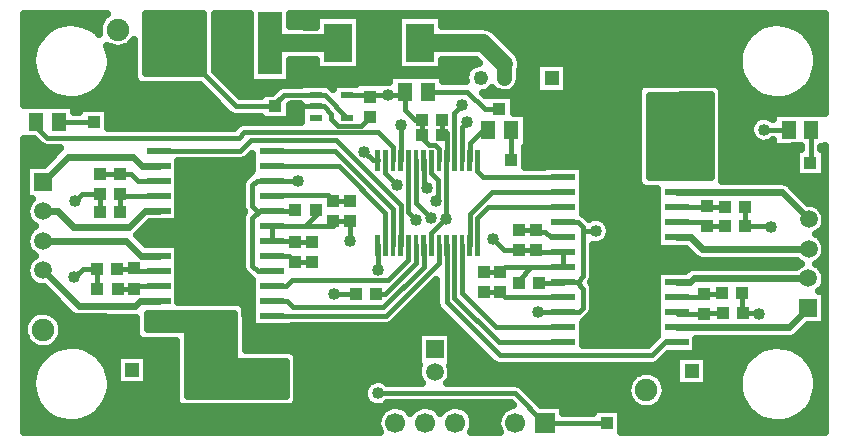
<source format=gbr>
G04 DipTrace 2.4.0.2*
%INTop.gbr*%
%MOIN*%
%ADD13C,0.015*%
%ADD14C,0.04*%
%ADD15C,0.0591*%
%ADD16C,0.0492*%
%ADD17C,0.0157*%
%ADD18C,0.0236*%
%ADD19C,0.025*%
%ADD20R,0.0433X0.0394*%
%ADD21R,0.0394X0.0433*%
%ADD23R,0.16X0.056*%
%ADD24R,0.0945X0.1299*%
%ADD25R,0.0591X0.0591*%
%ADD26C,0.0591*%
%ADD27R,0.0787X0.2087*%
%ADD28R,0.0492X0.0492*%
%ADD29R,0.0512X0.0591*%
%ADD30C,0.075*%
%ADD31R,0.0669X0.0669*%
%ADD32C,0.0669*%
%ADD34R,0.0433X0.0236*%
%ADD35R,0.0787X0.0236*%
%FSLAX44Y44*%
G04*
G70*
G90*
G75*
G01*
%LNTop*%
%LPD*%
X14042Y15540D2*
D13*
X14357D1*
X15105Y14792D1*
X12706Y15159D2*
Y15259D1*
X12987Y15540D1*
X14042D1*
X9907Y17263D2*
Y16632D1*
X11379Y15159D1*
X12706D1*
X14785Y17280D2*
D15*
X14768Y17264D1*
X12528D1*
X17521Y17280D2*
X17527Y17274D1*
X19624D1*
X20333Y16564D1*
D16*
Y16103D1*
X12586Y11682D2*
D13*
X12173D1*
X11934Y11443D1*
Y9847D1*
X12111Y9670D1*
X12574D1*
X12586Y9682D1*
Y11682D2*
X13341D1*
X13372Y11713D1*
X15105Y15540D2*
X15790D1*
X15852Y15479D1*
X16466Y15530D2*
X16456Y15540D1*
X15105D1*
X21485Y9291D2*
X22298D1*
X22301Y9294D1*
Y11294D2*
X22789D1*
X22953Y11130D1*
Y11002D1*
Y9494D1*
X22775Y9317D1*
X22324D1*
X22301Y9294D1*
X22743D1*
X22953Y9083D1*
Y8439D1*
X22815Y8302D1*
X22309D1*
X22301Y8294D1*
X17601Y14715D2*
X17599Y14713D1*
Y14210D1*
Y14118D1*
X17838Y13879D1*
X18024D1*
X18154Y13749D1*
Y13364D1*
X17027Y15658D2*
Y15048D1*
X17360Y14715D1*
X17601D1*
X23390Y11002D2*
X22953D1*
X16466Y15530D2*
X16825D1*
X16953Y15658D1*
X17027D1*
X21459Y8298D2*
X22297D1*
X12586Y11682D2*
X12098D1*
X11936Y11844D1*
Y12544D1*
X12078Y12686D1*
X12582D1*
X12586Y12682D1*
X13468D1*
X6844Y12908D2*
X6846Y12906D1*
X7512D1*
X7902D1*
X8126Y12682D1*
X8807D1*
X26080Y8294D2*
X26134Y8240D1*
X27006D1*
X27032Y8266D1*
X27609D1*
X7982Y9090D2*
X8074Y9182D1*
X8807D1*
X7441Y9079D2*
X7971D1*
X7982Y9090D1*
X27078Y11844D2*
X27028Y11794D1*
X26080D1*
X27078Y11844D2*
X27119Y11802D1*
X27675D1*
X18666Y13364D2*
Y14932D1*
X18932Y15197D1*
X18922Y13364D2*
Y14476D1*
X19085Y14639D1*
X28278Y8266D2*
X28265Y8279D1*
Y8928D1*
X6844Y12239D2*
X6842Y12237D1*
Y11653D1*
X28342Y11160D2*
X28344Y11162D1*
Y11802D1*
X12586Y10682D2*
Y11182D1*
Y10682D2*
X13372D1*
Y10629D1*
X12586Y11182D2*
X13675D1*
X14635D1*
Y11350D1*
X8807Y10682D2*
Y11182D1*
X6772Y9079D2*
Y9738D1*
X6754Y9756D1*
X22301Y10294D2*
X21463D1*
X21389Y10368D1*
X22301Y9794D2*
X21218D1*
X20364D1*
X20202Y9632D1*
X22301Y10294D2*
Y9794D1*
X20816Y9291D2*
Y9392D1*
X21218Y9794D1*
X14041Y11713D2*
Y11549D1*
X13675Y11182D1*
X19668Y9645D2*
X20189D1*
X20202Y9632D1*
X14635Y11350D2*
X15174D1*
X15177Y11352D1*
X13372Y10629D2*
X13898D1*
X13909Y10640D1*
X20817Y10381D2*
X21376D1*
X21389Y10368D1*
X18410Y13364D2*
Y14287D1*
X18334Y14210D1*
X18268D1*
X18270Y14715D2*
X18268Y14713D1*
Y14210D1*
X14042Y15166D2*
X14327D1*
X14571Y14922D1*
Y14729D1*
X14774Y14525D1*
X15570D1*
X15886Y14840D1*
X15883D1*
X15852Y14809D1*
X13375Y15159D2*
X13717D1*
X13724Y15166D1*
X14042D1*
X27747Y13612D2*
X28075Y13284D1*
X29860D1*
X19951Y10745D2*
X20315Y10381D1*
X20817D1*
X29238Y11154D2*
X29232Y11160D1*
X28342D1*
X28820Y8254D2*
X28808Y8266D1*
X28278D1*
X15195Y10667D2*
X15177Y10685D1*
Y11352D1*
X17898Y10530D2*
Y10933D1*
X18369Y11403D1*
X18405D1*
X18410Y13364D2*
X18405Y13359D1*
Y11403D1*
X5992Y9462D2*
X6285Y9756D1*
X6754D1*
X6033Y12018D2*
X6254Y12239D1*
X6844D1*
X14643Y8904D2*
X15396D1*
X15400Y8908D1*
X16363Y13364D2*
Y12927D1*
X16751Y12538D1*
X16107Y13364D2*
X15949D1*
X15660Y13653D1*
X8807Y13682D2*
D17*
X11539D1*
X11890Y14032D1*
X14707D1*
X16875Y11864D1*
Y10530D1*
X12586Y8182D2*
X16384D1*
X18154Y9952D1*
Y10530D1*
X12586Y13682D2*
X14680D1*
X16619Y11743D1*
Y10530D1*
X12586Y8682D2*
X13090D1*
X13294Y8477D1*
X16302D1*
X17642Y9817D1*
Y10530D1*
X16619Y13364D2*
D13*
X16620Y13365D1*
Y13809D1*
X16133Y14296D1*
X11651D1*
X11473Y14118D1*
X5098D1*
X4727Y14489D1*
Y14649D1*
X17642Y13364D2*
Y12557D1*
X17747Y12453D1*
X12586Y13182D2*
D17*
X12569Y13165D1*
X14822D1*
X16363Y11624D1*
Y10530D1*
X12586Y9182D2*
X13064D1*
X13258Y9377D1*
X16470D1*
X17131Y10037D1*
Y10530D1*
X8807Y11682D2*
D18*
X8355D1*
X7817Y11144D1*
X5964D1*
X5448Y11660D1*
X4958D1*
X26080Y9294D2*
X26522D1*
X26657Y9428D1*
X30472D1*
X8807Y13182D2*
X8245D1*
X7966Y13460D1*
X5774D1*
X4959Y12645D1*
X26080Y7794D2*
X29822D1*
X30471Y8443D1*
X8807Y10182D2*
X8230D1*
X7736Y10676D1*
X4956D1*
X26080Y10794D2*
X26551D1*
X26938Y10406D1*
X30468D1*
X30474Y10412D1*
X8807Y8682D2*
X8189D1*
X8016Y8509D1*
X6140D1*
X4956Y9693D1*
X26080Y12294D2*
X29576D1*
X30474Y11395D1*
X18410Y10530D2*
D17*
Y8631D1*
X20180Y6861D1*
X25261D1*
X25693Y7294D1*
X26080D1*
X19434Y13364D2*
Y12998D1*
X19638Y12794D1*
X22301D1*
X18666Y10530D2*
Y8778D1*
X20144Y7300D1*
X22294D1*
X22301Y7294D1*
X19178Y10530D2*
Y11564D1*
X19908Y12294D1*
X22301D1*
X16875Y13364D2*
D13*
Y14555D1*
X28991Y14386D2*
X29813D1*
X17898Y13364D2*
Y12929D1*
X18118Y12710D1*
Y12076D1*
X18058Y12016D1*
X18922Y10530D2*
D17*
Y8949D1*
X20065Y7807D1*
X22288D1*
X22301Y7794D1*
X19434Y10530D2*
Y11453D1*
X19775Y11794D1*
X22301D1*
X19178Y13364D2*
D13*
X19173Y13369D1*
Y13937D1*
X19610Y14374D1*
X19805D1*
X20543Y13392D2*
X20553Y13402D1*
Y14374D1*
X17775Y15658D2*
X19099D1*
X19682Y15076D1*
X20170D1*
X5475Y14649D2*
X5479Y14645D1*
X6654D1*
X30529Y13284D2*
X30561Y13316D1*
Y14386D1*
X12586Y12182D2*
X12608Y12203D1*
X14450D1*
X14635Y12019D1*
X15174D1*
X15177Y12022D1*
X22301Y8794D2*
X20371D1*
X20202Y8963D1*
X19668Y8976D2*
X20189D1*
X20202Y8963D1*
X12586Y10182D2*
X13159D1*
X13372Y9969D1*
Y9960D1*
X13898D1*
X13909Y9971D1*
X22301Y10794D2*
X21881D1*
X21686Y10988D1*
X21438D1*
X21389Y11037D1*
X20817Y11050D2*
X21376D1*
X21389Y11037D1*
X7512Y12237D2*
X7567Y12182D1*
X8807D1*
X7511Y11653D2*
Y12236D1*
X7512Y12237D1*
X27596Y8928D2*
X27577Y8909D1*
X27006D1*
Y8862D1*
X26938Y8794D1*
X26080D1*
X7982Y9760D2*
X8060Y9682D1*
X8807D1*
X7423Y9756D2*
X7978D1*
X7982Y9760D1*
X27078Y11174D2*
X26958Y11294D1*
X26080D1*
X27078Y11174D2*
X27092Y11160D1*
X27673D1*
X17387Y10530D2*
Y9938D1*
X16368Y8920D1*
X16081D1*
X16069Y8908D1*
X17874Y11457D2*
X17387Y11945D1*
Y13364D1*
X17131D2*
Y11636D1*
X17392Y11375D1*
X23757Y4599D2*
X21708D1*
X21704Y4603D1*
Y4587D2*
X20693Y5599D1*
X16121D1*
Y9716D2*
X16107Y9730D1*
Y10530D1*
D14*
X21459Y8298D3*
X18932Y15197D3*
X19085Y14639D3*
X16751Y12538D3*
X15660Y13653D3*
X17747Y12453D3*
X16875Y14555D3*
X28991Y14386D3*
X18058Y12016D3*
X17874Y11457D3*
X17392Y11375D3*
X16121Y5599D3*
Y9716D3*
X29238Y11154D3*
X28820Y8254D3*
X19951Y10745D3*
X15195Y10667D3*
X18405Y11403D3*
X6033Y12018D3*
X5992Y9462D3*
X8381Y15269D3*
X8633Y18060D3*
X10701Y7290D3*
X16466Y15530D3*
X13468Y12682D3*
X23390Y11002D3*
X8629Y17527D3*
X8633Y16997D3*
X8631Y16462D3*
X25786Y13953D3*
X25361Y13957D3*
X10193Y7290D3*
X14643Y8904D3*
X4347Y18000D2*
D19*
X6850D1*
X10701D2*
X11846D1*
X13212D2*
X14022D1*
X15548D2*
X16760D1*
X18283D2*
X31006D1*
X4347Y17751D2*
X5154D1*
X6658D2*
X6788D1*
X10701D2*
X11846D1*
X15548D2*
X16760D1*
X19943D2*
X28697D1*
X30204D2*
X31006D1*
X4347Y17503D2*
X4877D1*
X10701D2*
X11846D1*
X15548D2*
X16760D1*
X20212D2*
X28424D1*
X30482D2*
X31006D1*
X4347Y17254D2*
X4713D1*
X10701D2*
X11846D1*
X15548D2*
X16760D1*
X20462D2*
X28260D1*
X30646D2*
X31006D1*
X4347Y17005D2*
X4619D1*
X7193D2*
X7967D1*
X10701D2*
X11846D1*
X15548D2*
X16760D1*
X20708D2*
X28166D1*
X30740D2*
X31006D1*
X4347Y16757D2*
X4576D1*
X7236D2*
X7967D1*
X10701D2*
X11846D1*
X15548D2*
X16760D1*
X20884D2*
X28123D1*
X30783D2*
X31006D1*
X4347Y16508D2*
X4584D1*
X7228D2*
X7967D1*
X10701D2*
X11846D1*
X13212D2*
X14022D1*
X15548D2*
X16760D1*
X18283D2*
X19209D1*
X20915D2*
X21373D1*
X22447D2*
X28131D1*
X30775D2*
X31006D1*
X4347Y16259D2*
X4639D1*
X7173D2*
X7967D1*
X10786D2*
X11846D1*
X13212D2*
X19033D1*
X20868D2*
X21373D1*
X22447D2*
X28186D1*
X30720D2*
X31006D1*
X4347Y16011D2*
X4748D1*
X7064D2*
X7998D1*
X11033D2*
X11846D1*
X13212D2*
X16483D1*
X18322D2*
X19018D1*
X20861D2*
X21373D1*
X22447D2*
X28295D1*
X30607D2*
X31006D1*
X4347Y15762D2*
X4936D1*
X6876D2*
X10272D1*
X11283D2*
X12701D1*
X20740D2*
X21373D1*
X22447D2*
X24795D1*
X27607D2*
X28483D1*
X30423D2*
X31006D1*
X4347Y15513D2*
X5264D1*
X6548D2*
X10522D1*
X11533D2*
X12201D1*
X20677D2*
X24772D1*
X27630D2*
X28811D1*
X30095D2*
X31006D1*
X4347Y15265D2*
X10768D1*
X20677D2*
X24772D1*
X27630D2*
X31006D1*
X6021Y15016D2*
X6150D1*
X7161D2*
X11018D1*
X13212D2*
X13537D1*
X20677D2*
X24772D1*
X27630D2*
X31006D1*
X7161Y14767D2*
X12201D1*
X13212D2*
X13537D1*
X21099D2*
X24772D1*
X27630D2*
X28701D1*
X7161Y14519D2*
X11369D1*
X21099D2*
X24772D1*
X27630D2*
X28522D1*
X21099Y14270D2*
X24772D1*
X27630D2*
X28518D1*
X4347Y14021D2*
X4690D1*
X21099D2*
X24772D1*
X27630D2*
X28678D1*
X4347Y13772D2*
X5529D1*
X21048D2*
X24772D1*
X27630D2*
X30197D1*
X4347Y13524D2*
X5272D1*
X21048D2*
X24772D1*
X27630D2*
X30022D1*
X4347Y13275D2*
X5022D1*
X9490D2*
X11904D1*
X21048D2*
X24772D1*
X27630D2*
X30022D1*
X9490Y13026D2*
X11904D1*
X22986D2*
X24772D1*
X27630D2*
X30022D1*
X9490Y12778D2*
X11662D1*
X22986D2*
X24772D1*
X27630D2*
X31006D1*
X9490Y12529D2*
X11572D1*
X22986D2*
X24815D1*
X29908D2*
X31006D1*
X9490Y12280D2*
X11572D1*
X22986D2*
X25397D1*
X30154D2*
X31006D1*
X4347Y12032D2*
X4514D1*
X9490D2*
X11572D1*
X22986D2*
X25397D1*
X30404D2*
X31006D1*
X9490Y11783D2*
X11576D1*
X22986D2*
X25397D1*
X9490Y11534D2*
X11580D1*
X23056D2*
X25397D1*
X4347Y11286D2*
X4518D1*
X8525D2*
X11568D1*
X23783D2*
X25397D1*
X4347Y11037D2*
X4502D1*
X8275D2*
X11568D1*
X23880D2*
X25397D1*
X8189Y10788D2*
X11568D1*
X23826D2*
X25397D1*
X9490Y10540D2*
X11568D1*
X23318D2*
X25397D1*
X4347Y10291D2*
X4526D1*
X9490D2*
X11568D1*
X23318D2*
X26486D1*
X4347Y10042D2*
X4494D1*
X9490D2*
X11568D1*
X23318D2*
X26795D1*
X9490Y9793D2*
X11572D1*
X23318D2*
X26518D1*
X9490Y9545D2*
X11733D1*
X23318D2*
X25397D1*
X4347Y9296D2*
X4537D1*
X9490D2*
X11904D1*
X23255D2*
X25397D1*
X4347Y9047D2*
X5033D1*
X9490D2*
X11904D1*
X17759D2*
X18041D1*
X23318D2*
X25397D1*
X4347Y8799D2*
X5283D1*
X9490D2*
X11904D1*
X17513D2*
X18041D1*
X23318D2*
X25397D1*
X4347Y8550D2*
X5533D1*
X11669D2*
X11904D1*
X17263D2*
X18053D1*
X23318D2*
X25397D1*
X4347Y8301D2*
X4682D1*
X5236D2*
X5779D1*
X11732D2*
X11903D1*
X17013D2*
X18229D1*
X23290D2*
X25397D1*
X5529Y8053D2*
X8029D1*
X11732D2*
X11903D1*
X16767D2*
X18479D1*
X23072D2*
X25397D1*
X5618Y7804D2*
X8029D1*
X11732D2*
X11903D1*
X13271D2*
X18729D1*
X22986D2*
X25397D1*
X30400D2*
X31006D1*
X5607Y7555D2*
X8037D1*
X11732D2*
X17424D1*
X18591D2*
X18975D1*
X22986D2*
X25397D1*
X30150D2*
X31006D1*
X5478Y7307D2*
X9361D1*
X11732D2*
X17424D1*
X18591D2*
X19225D1*
X22986D2*
X25193D1*
X26763D2*
X31006D1*
X4347Y7058D2*
X5268D1*
X6544D2*
X9361D1*
X11732D2*
X17424D1*
X18591D2*
X19475D1*
X26763D2*
X28818D1*
X30087D2*
X31006D1*
X4347Y6809D2*
X4940D1*
X6872D2*
X7393D1*
X8466D2*
X9361D1*
X13454D2*
X17424D1*
X18591D2*
X19721D1*
X25720D2*
X26049D1*
X27118D2*
X28486D1*
X30419D2*
X31006D1*
X4347Y6561D2*
X4752D1*
X7060D2*
X7393D1*
X8466D2*
X9361D1*
X13458D2*
X17424D1*
X18591D2*
X19990D1*
X25451D2*
X26049D1*
X27118D2*
X28299D1*
X30607D2*
X31006D1*
X4347Y6312D2*
X4639D1*
X7173D2*
X7393D1*
X8466D2*
X9361D1*
X13458D2*
X17424D1*
X18591D2*
X24838D1*
X25302D2*
X26049D1*
X27118D2*
X28186D1*
X30720D2*
X31006D1*
X4347Y6063D2*
X4584D1*
X7228D2*
X7395D1*
X8466D2*
X9361D1*
X13458D2*
X17475D1*
X18540D2*
X24514D1*
X25626D2*
X26049D1*
X27118D2*
X28131D1*
X30775D2*
X31006D1*
X4347Y5814D2*
X4576D1*
X7236D2*
X9361D1*
X13458D2*
X15686D1*
X20982D2*
X24416D1*
X25728D2*
X28123D1*
X30783D2*
X31006D1*
X4347Y5566D2*
X4619D1*
X7193D2*
X9361D1*
X13458D2*
X15631D1*
X21232D2*
X24424D1*
X25720D2*
X28162D1*
X30740D2*
X31006D1*
X4347Y5317D2*
X4713D1*
X7099D2*
X9373D1*
X13447D2*
X15725D1*
X21482D2*
X24537D1*
X25603D2*
X28256D1*
X30646D2*
X31006D1*
X4347Y5068D2*
X4877D1*
X6935D2*
X16303D1*
X17107D2*
X17303D1*
X18107D2*
X18303D1*
X19107D2*
X20303D1*
X22329D2*
X24998D1*
X25149D2*
X28420D1*
X30486D2*
X31006D1*
X4347Y4820D2*
X5151D1*
X6661D2*
X16119D1*
X19286D2*
X20119D1*
X24263D2*
X28693D1*
X30212D2*
X31006D1*
X4347Y4571D2*
X16080D1*
X19329D2*
X20080D1*
X24263D2*
X31006D1*
X4347Y4322D2*
X16151D1*
X19259D2*
X20151D1*
X24263D2*
X31006D1*
X12349Y15621D2*
X12588D1*
X12747Y15781D1*
X12849Y15851D1*
X12987Y15880D1*
X13561D1*
Y15923D1*
X14524D1*
Y15833D1*
X14598Y15781D1*
X14623Y15756D1*
X14624Y15923D1*
X15393D1*
X15390Y15960D1*
X16288D1*
X16400Y15991D1*
X16506Y15992D1*
Y16218D1*
X17547Y16214D1*
X17629Y16218D1*
X18295D1*
Y15996D1*
X19046Y15998D1*
X19035Y16122D1*
X19055Y16245D1*
X19104Y16360D1*
X19180Y16459D1*
X19277Y16537D1*
X19390Y16589D1*
X19494Y16609D1*
X19393Y16712D1*
X18260Y16714D1*
X18258Y16366D1*
X16783D1*
Y18195D1*
X18258D1*
Y17831D1*
X18902Y17834D1*
X19624D1*
X19748Y17820D1*
X19866Y17779D1*
X19974Y17710D1*
X20285Y17405D1*
X20729Y16960D1*
X20807Y16863D1*
X20862Y16751D1*
X20890Y16629D1*
Y16504D1*
X20863Y16383D1*
X20845Y16344D1*
X20844Y16103D1*
X20829Y15979D1*
X20784Y15863D1*
X20713Y15760D1*
X20619Y15679D1*
X20507Y15622D1*
X20386Y15594D1*
X20261Y15597D1*
X20141Y15629D1*
X20032Y15690D1*
X19939Y15779D1*
X19831Y15679D1*
X19720Y15622D1*
X19633Y15602D1*
X19701Y15537D1*
X20652D1*
X20657Y14934D1*
X21074D1*
Y13813D1*
X21023D1*
X21025Y13139D1*
X21642Y13137D1*
Y13177D1*
X22959D1*
X22955Y12411D1*
X22959Y12302D1*
X22955Y11911D1*
X22959Y11802D1*
Y11587D1*
X23030Y11534D1*
X23158Y11406D1*
X23204Y11429D1*
X23324Y11463D1*
X23449Y11464D1*
X23569Y11431D1*
X23677Y11368D1*
X23764Y11279D1*
X23824Y11170D1*
X23855Y11002D1*
X23838Y10879D1*
X23789Y10764D1*
X23712Y10667D1*
X23611Y10593D1*
X23494Y10549D1*
X23370Y10538D1*
X23290Y10552D1*
X23293Y9877D1*
Y9494D1*
X23268Y9369D1*
X23285Y9421D1*
X23235Y9305D1*
X23240Y9266D1*
X23286Y9151D1*
X23293Y8958D1*
Y8439D1*
X23270Y8317D1*
X23193Y8199D1*
X22998Y8015D1*
X22959Y7927D1*
Y7411D1*
Y7204D1*
X25122Y7205D1*
X25423Y7510D1*
X25422Y8177D1*
Y8677D1*
Y9177D1*
Y9677D1*
X26363D1*
X26487Y9772D1*
X26610Y9808D1*
X26907Y9812D1*
X30059D1*
X30207Y9921D1*
X30130Y9970D1*
X30077Y10022D1*
X26938Y10023D1*
X26816Y10043D1*
X26703Y10105D1*
X26491Y10312D1*
X26394Y10409D1*
X25422Y10411D1*
X25425Y11177D1*
X25422Y11286D1*
X25425Y11677D1*
X25422Y11786D1*
X25425Y12177D1*
X25422Y12286D1*
Y12407D1*
X25063D1*
X24943Y12436D1*
X24849Y12517D1*
X24802Y12635D1*
X24798Y13172D1*
X24796Y15650D1*
X24825Y15770D1*
X24906Y15865D1*
X25024Y15912D1*
X25561Y15916D1*
X27341Y15917D1*
X27462Y15888D1*
X27556Y15808D1*
X27603Y15690D1*
X27606Y15152D1*
Y12673D1*
X28580Y12677D1*
X29576D1*
X29698Y12657D1*
X29811Y12595D1*
X30023Y12388D1*
X30459Y11955D1*
X30583Y11945D1*
X30702Y11907D1*
X30810Y11844D1*
X30901Y11758D1*
X30970Y11655D1*
X31016Y11539D1*
X31032Y11447D1*
Y13826D1*
X30898Y13825D1*
X30901Y13749D1*
X31010Y13746D1*
Y12823D1*
X30048D1*
Y13746D1*
X30223D1*
X30221Y13828D1*
X29584Y13825D1*
X29292D1*
Y14032D1*
X29212Y13976D1*
X29095Y13932D1*
X28971Y13921D1*
X28849Y13943D1*
X28736Y13997D1*
X28642Y14078D1*
X28573Y14182D1*
X28534Y14300D1*
X28528Y14425D1*
X28555Y14547D1*
X28613Y14657D1*
X28699Y14747D1*
X28805Y14812D1*
X28925Y14846D1*
X29050Y14847D1*
X29170Y14814D1*
X29291Y14737D1*
X29292Y14946D1*
X30334Y14942D1*
X30415Y14946D1*
X31032Y14947D1*
Y18249D1*
X13185D1*
X13187Y17826D1*
X14048Y17824D1*
X14047Y18195D1*
X15522D1*
Y16366D1*
X14047D1*
Y16705D1*
X13186Y16704D1*
X13187Y15956D1*
X11870D1*
Y18249D1*
X10675Y18248D1*
X10678Y16342D1*
X11521Y15499D1*
X12227D1*
X12224Y15621D1*
X12349D1*
X13187Y15203D2*
Y14698D1*
X12224D1*
Y14819D1*
X11379Y14820D1*
X11257Y14842D1*
X11139Y14919D1*
X10186Y15872D1*
X8410Y15870D1*
X8256D1*
X8135Y15899D1*
X8041Y15979D1*
X7994Y16098D1*
X7991Y16635D1*
X7985Y17369D1*
X7906Y17272D1*
X7810Y17192D1*
X7700Y17133D1*
X7581Y17096D1*
X7457Y17083D1*
X7333Y17094D1*
X7213Y17129D1*
X7106Y17185D1*
X7169Y17001D1*
X7210Y16755D1*
X7207Y16541D1*
X7160Y16296D1*
X7067Y16064D1*
X6931Y15854D1*
X6758Y15674D1*
X6554Y15530D1*
X6327Y15428D1*
X6084Y15370D1*
X5835Y15360D1*
X5588Y15397D1*
X5353Y15481D1*
X5137Y15608D1*
X4950Y15773D1*
X4798Y15971D1*
X4686Y16194D1*
X4619Y16434D1*
X4599Y16683D1*
X4626Y16931D1*
X4700Y17170D1*
X4817Y17390D1*
X4975Y17583D1*
X5166Y17744D1*
X5385Y17865D1*
X5622Y17942D1*
X5870Y17972D1*
X6119Y17955D1*
X6360Y17891D1*
X6585Y17783D1*
X6785Y17633D1*
X6826Y17592D1*
X6812Y17712D1*
X6822Y17836D1*
X6856Y17957D1*
X6913Y18068D1*
X6990Y18166D1*
X7088Y18249D1*
X4322D1*
Y15206D1*
X4831Y15209D1*
X5248Y15205D1*
X5329Y15209D1*
X5996D1*
Y14986D1*
X6171Y14985D1*
X6172Y15107D1*
X7135D1*
Y14454D1*
X7723Y14458D1*
X11336D1*
X11410Y14536D1*
X11513Y14606D1*
X11651Y14636D1*
X13561D1*
X13565Y15175D1*
X13561Y15157D1*
Y15200D1*
X13187D1*
X17573Y7645D2*
X18568D1*
Y6525D1*
X18517D1*
X18550Y6441D1*
X18568Y6297D1*
X18554Y6173D1*
X18513Y6056D1*
X18434Y5936D1*
X19621Y5939D1*
X20693D1*
X20815Y5916D1*
X20933Y5839D1*
X21571Y5201D1*
X22304Y5203D1*
Y4941D1*
X23275Y4939D1*
X23276Y5061D1*
X24238D1*
Y4323D1*
X31032Y4322D1*
Y10365D1*
X31020Y10288D1*
X30979Y10170D1*
X30913Y10065D1*
X30825Y9976D1*
X30737Y9920D1*
X30808Y9877D1*
X30899Y9791D1*
X30968Y9688D1*
X31014Y9572D1*
X31032Y9428D1*
X31018Y9305D1*
X30977Y9187D1*
X30911Y9081D1*
X30832Y9001D1*
X31031Y9003D1*
Y7883D1*
X30449D1*
X30093Y7523D1*
X29992Y7450D1*
X29869Y7414D1*
X29572Y7411D1*
X26735D1*
X26739Y6911D1*
X25797D1*
X25504Y6618D1*
X25402Y6548D1*
X25261Y6518D1*
X20180D1*
X20058Y6540D1*
X19937Y6618D1*
X18167Y8388D1*
X18097Y8491D1*
X18066Y8631D1*
Y9378D1*
X16627Y7939D1*
X16525Y7868D1*
X16384Y7838D1*
X13248D1*
X13245Y7799D1*
X11928D1*
X11932Y8565D1*
X11928Y8674D1*
X11932Y9065D1*
X11928Y9174D1*
X11924Y9387D1*
X11783Y9518D1*
X11694Y9607D1*
X11623Y9710D1*
X11594Y9847D1*
Y11443D1*
X11619Y11569D1*
X11602Y11517D1*
X11652Y11633D1*
X11649Y11661D1*
X11603Y11777D1*
X11596Y11969D1*
Y12544D1*
X11619Y12667D1*
X11696Y12785D1*
X11895Y12973D1*
X11928Y13049D1*
X11932Y13565D1*
X11928Y13549D1*
Y13584D1*
X11782Y13439D1*
X11680Y13368D1*
X11539Y13338D1*
X9465D1*
X9461Y12799D1*
X9465Y12690D1*
X9461Y12299D1*
X9465Y12190D1*
X9461Y11799D1*
X9465Y11690D1*
Y11299D1*
X8514D1*
X8084Y10871D1*
X8391Y10563D1*
X9465Y10565D1*
X9461Y9799D1*
X9465Y9690D1*
X9461Y9299D1*
X9465Y9190D1*
X9461Y8799D1*
X9465Y8639D1*
X10194Y8643D1*
X11443Y8644D1*
X11564Y8615D1*
X11658Y8535D1*
X11705Y8417D1*
X11708Y7879D1*
Y7039D1*
X13169Y7038D1*
X13289Y7009D1*
X13383Y6929D1*
X13430Y6810D1*
X13434Y6274D1*
Y5391D1*
X13405Y5271D1*
X13324Y5177D1*
X13206Y5130D1*
X12669Y5126D1*
X9652D1*
X9532Y5155D1*
X9437Y5236D1*
X9391Y5354D1*
X9387Y5891D1*
X9385Y7356D1*
X8319D1*
X8199Y7386D1*
X8105Y7466D1*
X8058Y7585D1*
X8055Y8125D1*
X6140Y8126D1*
X6017Y8146D1*
X5905Y8208D1*
X5692Y8415D1*
X4977Y9130D1*
X4837Y9145D1*
X4719Y9185D1*
X4613Y9250D1*
X4523Y9337D1*
X4455Y9442D1*
X4412Y9559D1*
X4396Y9683D1*
X4408Y9807D1*
X4447Y9926D1*
X4511Y10033D1*
X4597Y10123D1*
X4691Y10185D1*
X4613Y10233D1*
X4523Y10320D1*
X4455Y10425D1*
X4412Y10542D1*
X4396Y10666D1*
X4408Y10790D1*
X4447Y10909D1*
X4511Y11016D1*
X4597Y11106D1*
X4691Y11168D1*
X4615Y11217D1*
X4525Y11304D1*
X4457Y11409D1*
X4414Y11526D1*
X4398Y11650D1*
X4410Y11774D1*
X4449Y11892D1*
X4513Y11999D1*
X4596Y12087D1*
X4399Y12085D1*
Y13205D1*
X4981D1*
X5506Y13733D1*
X5473Y13778D1*
X5098D1*
X4976Y13801D1*
X4858Y13878D1*
X4645Y14091D1*
X4322Y14089D1*
Y7761D1*
X4331Y7827D1*
X4365Y7947D1*
X4421Y8058D1*
X4498Y8156D1*
X4593Y8237D1*
X4702Y8299D1*
X4821Y8338D1*
X4944Y8353D1*
X5069Y8344D1*
X5189Y8311D1*
X5301Y8255D1*
X5400Y8179D1*
X5482Y8084D1*
X5544Y7976D1*
X5584Y7858D1*
X5600Y7713D1*
X5588Y7589D1*
X5552Y7469D1*
X5494Y7359D1*
X5415Y7262D1*
X5319Y7183D1*
X5209Y7123D1*
X5090Y7086D1*
X4966Y7073D1*
X4841Y7084D1*
X4722Y7119D1*
X4611Y7177D1*
X4513Y7255D1*
X4433Y7350D1*
X4373Y7460D1*
X4335Y7578D1*
X4322Y7691D1*
Y4322D1*
X16177D1*
X16119Y4471D1*
X16105Y4594D1*
X16116Y4719D1*
X16152Y4838D1*
X16213Y4947D1*
X16295Y5041D1*
X16394Y5117D1*
X16507Y5170D1*
X16629Y5198D1*
X16753Y5201D1*
X16876Y5178D1*
X16991Y5130D1*
X17094Y5059D1*
X17180Y4968D1*
X17202Y4932D1*
X17295Y5041D1*
X17395Y5117D1*
X17508Y5170D1*
X17629Y5198D1*
X17754Y5201D1*
X17876Y5178D1*
X17992Y5130D1*
X18094Y5059D1*
X18180Y4968D1*
X18202Y4931D1*
X18295Y5041D1*
X18395Y5117D1*
X18508Y5170D1*
X18629Y5198D1*
X18754Y5201D1*
X18876Y5178D1*
X18992Y5130D1*
X19094Y5059D1*
X19180Y4968D1*
X19245Y4862D1*
X19287Y4744D1*
X19304Y4603D1*
X19291Y4479D1*
X19252Y4360D1*
X19231Y4323D1*
X20177Y4322D1*
X20120Y4471D1*
X20105Y4595D1*
X20116Y4719D1*
X20153Y4838D1*
X20213Y4947D1*
X20295Y5041D1*
X20395Y5117D1*
X20508Y5170D1*
X20618Y5195D1*
X20550Y5261D1*
X18568Y5259D1*
X16439D1*
X16342Y5190D1*
X16225Y5146D1*
X16101Y5134D1*
X15979Y5156D1*
X15866Y5210D1*
X15772Y5291D1*
X15703Y5395D1*
X15664Y5514D1*
X15658Y5638D1*
X15685Y5760D1*
X15743Y5870D1*
X15829Y5960D1*
X15935Y6025D1*
X16055Y6059D1*
X16180Y6060D1*
X16300Y6028D1*
X16408Y5965D1*
X16432Y5939D1*
X17575Y5942D1*
X17507Y6047D1*
X17464Y6164D1*
X17448Y6287D1*
X17460Y6412D1*
X17497Y6526D1*
X17448Y6525D1*
Y7645D1*
X17573D1*
X21524Y16614D2*
X22421D1*
Y15592D1*
X21399D1*
Y16614D1*
X21524D1*
X7543Y6885D2*
X8439D1*
Y5863D1*
X7418D1*
Y6885D1*
X7543D1*
X26197Y6858D2*
X27094D1*
Y5836D1*
X26072D1*
Y6858D1*
X26197D1*
X30739Y10902D2*
X30810Y10861D1*
X30901Y10775D1*
X30970Y10672D1*
X31016Y10555D1*
X31032Y10444D1*
X31033Y11384D1*
X31020Y11271D1*
X30979Y11154D1*
X30913Y11048D1*
X30825Y10959D1*
X30743Y10907D1*
X7207Y5779D2*
X7160Y5534D1*
X7067Y5302D1*
X6931Y5093D1*
X6758Y4913D1*
X6554Y4769D1*
X6327Y4666D1*
X6084Y4609D1*
X5835Y4598D1*
X5588Y4636D1*
X5353Y4719D1*
X5137Y4846D1*
X4950Y5011D1*
X4798Y5209D1*
X4686Y5432D1*
X4619Y5673D1*
X4599Y5921D1*
X4626Y6170D1*
X4700Y6408D1*
X4817Y6628D1*
X4975Y6822D1*
X5166Y6982D1*
X5385Y7103D1*
X5622Y7180D1*
X5870Y7211D1*
X6119Y7194D1*
X6360Y7130D1*
X6585Y7021D1*
X6785Y6872D1*
X6953Y6687D1*
X7082Y6474D1*
X7169Y6240D1*
X7210Y5993D1*
X7207Y5779D1*
X30753Y16541D2*
X30706Y16296D1*
X30613Y16064D1*
X30477Y15854D1*
X30304Y15674D1*
X30100Y15530D1*
X29873Y15428D1*
X29630Y15370D1*
X29381Y15360D1*
X29134Y15397D1*
X28899Y15481D1*
X28684Y15608D1*
X28496Y15773D1*
X28344Y15971D1*
X28232Y16194D1*
X28165Y16434D1*
X28145Y16683D1*
X28172Y16931D1*
X28246Y17170D1*
X28363Y17390D1*
X28521Y17583D1*
X28712Y17744D1*
X28931Y17865D1*
X29168Y17942D1*
X29416Y17972D1*
X29665Y17955D1*
X29906Y17891D1*
X30131Y17783D1*
X30331Y17633D1*
X30499Y17449D1*
X30629Y17235D1*
X30715Y17001D1*
X30756Y16755D1*
X30753Y16541D1*
Y5777D2*
X30706Y5532D1*
X30613Y5300D1*
X30477Y5091D1*
X30304Y4911D1*
X30100Y4767D1*
X29873Y4664D1*
X29630Y4607D1*
X29381Y4596D1*
X29134Y4634D1*
X28899Y4717D1*
X28684Y4844D1*
X28496Y5009D1*
X28344Y5207D1*
X28232Y5430D1*
X28165Y5671D1*
X28145Y5919D1*
X28172Y6168D1*
X28246Y6406D1*
X28363Y6626D1*
X28521Y6820D1*
X28712Y6980D1*
X28931Y7101D1*
X29168Y7178D1*
X29416Y7209D1*
X29665Y7192D1*
X29906Y7128D1*
X30131Y7019D1*
X30331Y6870D1*
X30499Y6685D1*
X30629Y6472D1*
X30715Y6238D1*
X30756Y5991D1*
X30753Y5777D1*
X25699Y5582D2*
X25663Y5463D1*
X25605Y5352D1*
X25526Y5256D1*
X25430Y5176D1*
X25320Y5117D1*
X25201Y5080D1*
X25077Y5066D1*
X24952Y5078D1*
X24833Y5113D1*
X24722Y5170D1*
X24625Y5248D1*
X24544Y5344D1*
X24484Y5453D1*
X24446Y5572D1*
X24431Y5696D1*
X24442Y5820D1*
X24476Y5940D1*
X24532Y6051D1*
X24610Y6149D1*
X24704Y6231D1*
X24813Y6292D1*
X24932Y6331D1*
X25055Y6346D1*
X25180Y6337D1*
X25300Y6304D1*
X25412Y6248D1*
X25511Y6172D1*
X25593Y6078D1*
X25655Y5970D1*
X25695Y5851D1*
X25711Y5706D1*
X25699Y5582D1*
X8469Y8006D2*
X11293D1*
X8469Y7757D2*
X11293D1*
X9800Y7508D2*
X11293D1*
X9800Y7260D2*
X11293D1*
X9800Y7011D2*
X11293D1*
X9800Y6762D2*
X11293D1*
X9800Y6514D2*
X13019D1*
X9800Y6265D2*
X13019D1*
X9800Y6016D2*
X13019D1*
X9800Y5767D2*
X13019D1*
X9803Y5519D2*
X13019D1*
X11193Y8254D2*
X8444Y8252D1*
X8445Y7746D1*
X9650Y7744D1*
X9756Y7683D1*
X9775Y7619D1*
X9777Y5516D1*
X13044D1*
Y6649D1*
X11443Y6651D1*
X11338Y6712D1*
X11318Y6776D1*
Y8254D1*
X11193D1*
X25213Y15278D2*
X27191D1*
X25213Y15030D2*
X27191D1*
X25213Y14781D2*
X27191D1*
X25213Y14532D2*
X27191D1*
X25213Y14284D2*
X27191D1*
X25213Y14035D2*
X27191D1*
X25213Y13786D2*
X27191D1*
X25213Y13538D2*
X27191D1*
X25213Y13289D2*
X27191D1*
X25213Y13040D2*
X27191D1*
X27092Y15527D2*
X25186Y15525D1*
X25189Y12797D1*
X27216Y12795D1*
X27217Y15527D1*
X27092D1*
X8406Y17999D2*
X10260D1*
X8406Y17751D2*
X10260D1*
X8406Y17502D2*
X10260D1*
X8406Y17253D2*
X10260D1*
X8406Y17005D2*
X10260D1*
X8406Y16756D2*
X10260D1*
X8406Y16507D2*
X10260D1*
X8381Y18123D2*
Y16260D1*
X10285D1*
Y18248D1*
X8381D1*
Y18123D1*
D20*
X12706Y15159D3*
X13375D3*
D21*
X15852Y15479D3*
Y14809D3*
D20*
X17601Y14715D3*
X18270D3*
X17599Y14210D3*
X18268D3*
X16069Y8908D3*
X15400D3*
X13372Y11713D3*
X14041D3*
X21485Y9291D3*
X20816D3*
D21*
X10454Y5702D3*
Y5033D3*
D20*
X27078Y13612D3*
X27747D3*
D23*
X23801Y15249D3*
X26401D3*
X14743Y6020D3*
X12143D3*
D21*
X13909Y9971D3*
Y10640D3*
X20817Y11050D3*
Y10381D3*
X15177Y12022D3*
Y11352D3*
X19668Y8976D3*
Y9645D3*
X6844Y12908D3*
Y12239D3*
D20*
X27609Y8266D3*
X28278D3*
X7441Y9079D3*
X6772D3*
X27675Y11802D3*
X28344D3*
D24*
X14785Y17280D3*
X17521D3*
D25*
X18008Y7085D3*
D26*
Y6297D3*
X18795D3*
Y7085D3*
D27*
X12528Y17264D3*
X9907Y17263D3*
D28*
X7929Y6374D3*
D16*
X8716Y6373D3*
D28*
X26583Y6347D3*
D16*
X27370Y6346D3*
D25*
X4959Y12645D3*
D15*
X4958Y11660D3*
X4956Y10676D3*
Y9693D3*
D25*
X30471Y8443D3*
D15*
X30472Y9428D3*
X30474Y10412D3*
Y11395D3*
D29*
X5475Y14649D3*
X4727D3*
X30561Y14386D3*
X29813D3*
D30*
X4960Y7713D3*
X25071Y5706D3*
X7452Y17723D3*
D31*
X21704Y4603D3*
D32*
X20704D3*
X19704D3*
X18704D3*
X17704D3*
X16704D3*
D29*
X17775Y15658D3*
X17027D3*
D28*
X21910Y16103D3*
D16*
X21123Y16104D3*
X20333Y16103D3*
X19546D3*
D20*
X20543Y13392D3*
X21213D3*
X20170Y15076D3*
X20840D3*
X6654Y14645D3*
X7323D3*
X30529Y13284D3*
X29860D3*
D21*
X7512Y12906D3*
Y12237D3*
X27006Y8240D3*
Y8909D3*
D20*
X6842Y11653D3*
X7511D3*
X28265Y8928D3*
X27596D3*
D21*
X14635Y11350D3*
Y12019D3*
X20202Y9632D3*
Y8963D3*
X13372Y10629D3*
Y9960D3*
X21389Y10368D3*
Y11037D3*
X7982Y9760D3*
Y9090D3*
X27078Y11174D3*
Y11844D3*
D20*
X6754Y9756D3*
X7423D3*
X28342Y11160D3*
X27673D3*
X23757Y4599D3*
X24426D3*
D29*
X20553Y14374D3*
X19805D3*
D34*
X14042Y15540D3*
Y15166D3*
Y14792D3*
X15105D3*
Y15540D3*
G36*
X16186Y10175D2*
X16028D1*
Y10884D1*
X16186D1*
Y10175D1*
G37*
G36*
X16442D2*
X16284D1*
Y10884D1*
X16442D1*
Y10175D1*
G37*
G36*
X16698D2*
X16540D1*
Y10884D1*
X16698D1*
Y10175D1*
G37*
G36*
X16953D2*
X16796D1*
Y10884D1*
X16953D1*
Y10175D1*
G37*
G36*
X17209D2*
X17052D1*
Y10884D1*
X17209D1*
Y10175D1*
G37*
G36*
X17465D2*
X17308D1*
Y10884D1*
X17465D1*
Y10175D1*
G37*
G36*
X17721D2*
X17564D1*
Y10884D1*
X17721D1*
Y10175D1*
G37*
G36*
X17977D2*
X17820D1*
Y10884D1*
X17977D1*
Y10175D1*
G37*
G36*
X18233D2*
X18075D1*
Y10884D1*
X18233D1*
Y10175D1*
G37*
G36*
X18489D2*
X18331D1*
Y10884D1*
X18489D1*
Y10175D1*
G37*
G36*
X18745D2*
X18587D1*
Y10884D1*
X18745D1*
Y10175D1*
G37*
G36*
X19001D2*
X18843D1*
Y10884D1*
X19001D1*
Y10175D1*
G37*
G36*
X19257D2*
X19099D1*
Y10884D1*
X19257D1*
Y10175D1*
G37*
G36*
X19513D2*
X19355D1*
Y10884D1*
X19513D1*
Y10175D1*
G37*
G36*
Y13010D2*
X19355D1*
Y13719D1*
X19513D1*
Y13010D1*
G37*
G36*
X19257D2*
X19099D1*
Y13719D1*
X19257D1*
Y13010D1*
G37*
G36*
X19001D2*
X18843D1*
Y13719D1*
X19001D1*
Y13010D1*
G37*
G36*
X18745D2*
X18587D1*
Y13719D1*
X18745D1*
Y13010D1*
G37*
G36*
X18489D2*
X18331D1*
Y13719D1*
X18489D1*
Y13010D1*
G37*
G36*
X18233D2*
X18075D1*
Y13719D1*
X18233D1*
Y13010D1*
G37*
G36*
X17977D2*
X17820D1*
Y13719D1*
X17977D1*
Y13010D1*
G37*
G36*
X17721D2*
X17564D1*
Y13719D1*
X17721D1*
Y13010D1*
G37*
G36*
X17465D2*
X17308D1*
Y13719D1*
X17465D1*
Y13010D1*
G37*
G36*
X17209D2*
X17052D1*
Y13719D1*
X17209D1*
Y13010D1*
G37*
G36*
X16953D2*
X16796D1*
Y13719D1*
X16953D1*
Y13010D1*
G37*
G36*
X16698D2*
X16540D1*
Y13719D1*
X16698D1*
Y13010D1*
G37*
G36*
X16442D2*
X16284D1*
Y13719D1*
X16442D1*
Y13010D1*
G37*
G36*
X16186D2*
X16028D1*
Y13719D1*
X16186D1*
Y13010D1*
G37*
D35*
X12586Y8182D3*
Y8682D3*
Y9182D3*
Y9682D3*
Y10182D3*
Y10682D3*
Y11182D3*
Y11682D3*
Y12182D3*
Y12682D3*
Y13182D3*
Y13682D3*
X8807D3*
Y13182D3*
Y12682D3*
Y12182D3*
Y11682D3*
Y11182D3*
Y10682D3*
Y10182D3*
Y9682D3*
Y9182D3*
Y8682D3*
Y8182D3*
X22301Y12794D3*
Y12294D3*
Y11794D3*
Y11294D3*
Y10794D3*
Y10294D3*
Y9794D3*
Y9294D3*
Y8794D3*
Y8294D3*
Y7794D3*
Y7294D3*
X26080D3*
Y7794D3*
Y8294D3*
Y8794D3*
Y9294D3*
Y9794D3*
Y10294D3*
Y10794D3*
Y11294D3*
Y11794D3*
Y12294D3*
Y12794D3*
M02*

</source>
